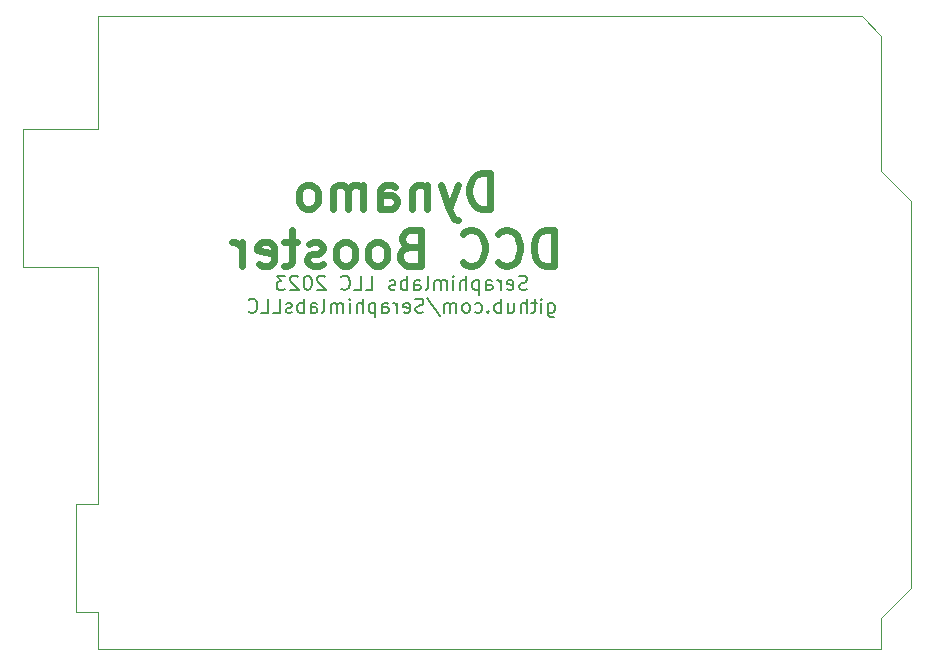
<source format=gbr>
%TF.GenerationSoftware,KiCad,Pcbnew,7.0.6*%
%TF.CreationDate,2023-08-20T14:57:10-04:00*%
%TF.ProjectId,Dynamo,44796e61-6d6f-42e6-9b69-6361645f7063,rev?*%
%TF.SameCoordinates,Original*%
%TF.FileFunction,Legend,Bot*%
%TF.FilePolarity,Positive*%
%FSLAX46Y46*%
G04 Gerber Fmt 4.6, Leading zero omitted, Abs format (unit mm)*
G04 Created by KiCad (PCBNEW 7.0.6) date 2023-08-20 14:57:10*
%MOMM*%
%LPD*%
G01*
G04 APERTURE LIST*
%ADD10C,0.150000*%
%ADD11C,0.600000*%
%ADD12C,0.120000*%
G04 APERTURE END LIST*
D10*
X158124999Y-72056200D02*
X157953571Y-72113342D01*
X157953571Y-72113342D02*
X157667856Y-72113342D01*
X157667856Y-72113342D02*
X157553571Y-72056200D01*
X157553571Y-72056200D02*
X157496428Y-71999057D01*
X157496428Y-71999057D02*
X157439285Y-71884771D01*
X157439285Y-71884771D02*
X157439285Y-71770485D01*
X157439285Y-71770485D02*
X157496428Y-71656200D01*
X157496428Y-71656200D02*
X157553571Y-71599057D01*
X157553571Y-71599057D02*
X157667856Y-71541914D01*
X157667856Y-71541914D02*
X157896428Y-71484771D01*
X157896428Y-71484771D02*
X158010713Y-71427628D01*
X158010713Y-71427628D02*
X158067856Y-71370485D01*
X158067856Y-71370485D02*
X158124999Y-71256200D01*
X158124999Y-71256200D02*
X158124999Y-71141914D01*
X158124999Y-71141914D02*
X158067856Y-71027628D01*
X158067856Y-71027628D02*
X158010713Y-70970485D01*
X158010713Y-70970485D02*
X157896428Y-70913342D01*
X157896428Y-70913342D02*
X157610713Y-70913342D01*
X157610713Y-70913342D02*
X157439285Y-70970485D01*
X156467856Y-72056200D02*
X156582142Y-72113342D01*
X156582142Y-72113342D02*
X156810714Y-72113342D01*
X156810714Y-72113342D02*
X156924999Y-72056200D01*
X156924999Y-72056200D02*
X156982142Y-71941914D01*
X156982142Y-71941914D02*
X156982142Y-71484771D01*
X156982142Y-71484771D02*
X156924999Y-71370485D01*
X156924999Y-71370485D02*
X156810714Y-71313342D01*
X156810714Y-71313342D02*
X156582142Y-71313342D01*
X156582142Y-71313342D02*
X156467856Y-71370485D01*
X156467856Y-71370485D02*
X156410714Y-71484771D01*
X156410714Y-71484771D02*
X156410714Y-71599057D01*
X156410714Y-71599057D02*
X156982142Y-71713342D01*
X155896428Y-72113342D02*
X155896428Y-71313342D01*
X155896428Y-71541914D02*
X155839285Y-71427628D01*
X155839285Y-71427628D02*
X155782143Y-71370485D01*
X155782143Y-71370485D02*
X155667857Y-71313342D01*
X155667857Y-71313342D02*
X155553571Y-71313342D01*
X154639286Y-72113342D02*
X154639286Y-71484771D01*
X154639286Y-71484771D02*
X154696428Y-71370485D01*
X154696428Y-71370485D02*
X154810714Y-71313342D01*
X154810714Y-71313342D02*
X155039286Y-71313342D01*
X155039286Y-71313342D02*
X155153571Y-71370485D01*
X154639286Y-72056200D02*
X154753571Y-72113342D01*
X154753571Y-72113342D02*
X155039286Y-72113342D01*
X155039286Y-72113342D02*
X155153571Y-72056200D01*
X155153571Y-72056200D02*
X155210714Y-71941914D01*
X155210714Y-71941914D02*
X155210714Y-71827628D01*
X155210714Y-71827628D02*
X155153571Y-71713342D01*
X155153571Y-71713342D02*
X155039286Y-71656200D01*
X155039286Y-71656200D02*
X154753571Y-71656200D01*
X154753571Y-71656200D02*
X154639286Y-71599057D01*
X154067857Y-71313342D02*
X154067857Y-72513342D01*
X154067857Y-71370485D02*
X153953572Y-71313342D01*
X153953572Y-71313342D02*
X153725000Y-71313342D01*
X153725000Y-71313342D02*
X153610714Y-71370485D01*
X153610714Y-71370485D02*
X153553572Y-71427628D01*
X153553572Y-71427628D02*
X153496429Y-71541914D01*
X153496429Y-71541914D02*
X153496429Y-71884771D01*
X153496429Y-71884771D02*
X153553572Y-71999057D01*
X153553572Y-71999057D02*
X153610714Y-72056200D01*
X153610714Y-72056200D02*
X153725000Y-72113342D01*
X153725000Y-72113342D02*
X153953572Y-72113342D01*
X153953572Y-72113342D02*
X154067857Y-72056200D01*
X152982143Y-72113342D02*
X152982143Y-70913342D01*
X152467858Y-72113342D02*
X152467858Y-71484771D01*
X152467858Y-71484771D02*
X152525000Y-71370485D01*
X152525000Y-71370485D02*
X152639286Y-71313342D01*
X152639286Y-71313342D02*
X152810715Y-71313342D01*
X152810715Y-71313342D02*
X152925000Y-71370485D01*
X152925000Y-71370485D02*
X152982143Y-71427628D01*
X151896429Y-72113342D02*
X151896429Y-71313342D01*
X151896429Y-70913342D02*
X151953572Y-70970485D01*
X151953572Y-70970485D02*
X151896429Y-71027628D01*
X151896429Y-71027628D02*
X151839286Y-70970485D01*
X151839286Y-70970485D02*
X151896429Y-70913342D01*
X151896429Y-70913342D02*
X151896429Y-71027628D01*
X151325000Y-72113342D02*
X151325000Y-71313342D01*
X151325000Y-71427628D02*
X151267857Y-71370485D01*
X151267857Y-71370485D02*
X151153572Y-71313342D01*
X151153572Y-71313342D02*
X150982143Y-71313342D01*
X150982143Y-71313342D02*
X150867857Y-71370485D01*
X150867857Y-71370485D02*
X150810715Y-71484771D01*
X150810715Y-71484771D02*
X150810715Y-72113342D01*
X150810715Y-71484771D02*
X150753572Y-71370485D01*
X150753572Y-71370485D02*
X150639286Y-71313342D01*
X150639286Y-71313342D02*
X150467857Y-71313342D01*
X150467857Y-71313342D02*
X150353572Y-71370485D01*
X150353572Y-71370485D02*
X150296429Y-71484771D01*
X150296429Y-71484771D02*
X150296429Y-72113342D01*
X149553572Y-72113342D02*
X149667857Y-72056200D01*
X149667857Y-72056200D02*
X149725000Y-71941914D01*
X149725000Y-71941914D02*
X149725000Y-70913342D01*
X148582144Y-72113342D02*
X148582144Y-71484771D01*
X148582144Y-71484771D02*
X148639286Y-71370485D01*
X148639286Y-71370485D02*
X148753572Y-71313342D01*
X148753572Y-71313342D02*
X148982144Y-71313342D01*
X148982144Y-71313342D02*
X149096429Y-71370485D01*
X148582144Y-72056200D02*
X148696429Y-72113342D01*
X148696429Y-72113342D02*
X148982144Y-72113342D01*
X148982144Y-72113342D02*
X149096429Y-72056200D01*
X149096429Y-72056200D02*
X149153572Y-71941914D01*
X149153572Y-71941914D02*
X149153572Y-71827628D01*
X149153572Y-71827628D02*
X149096429Y-71713342D01*
X149096429Y-71713342D02*
X148982144Y-71656200D01*
X148982144Y-71656200D02*
X148696429Y-71656200D01*
X148696429Y-71656200D02*
X148582144Y-71599057D01*
X148010715Y-72113342D02*
X148010715Y-70913342D01*
X148010715Y-71370485D02*
X147896430Y-71313342D01*
X147896430Y-71313342D02*
X147667858Y-71313342D01*
X147667858Y-71313342D02*
X147553572Y-71370485D01*
X147553572Y-71370485D02*
X147496430Y-71427628D01*
X147496430Y-71427628D02*
X147439287Y-71541914D01*
X147439287Y-71541914D02*
X147439287Y-71884771D01*
X147439287Y-71884771D02*
X147496430Y-71999057D01*
X147496430Y-71999057D02*
X147553572Y-72056200D01*
X147553572Y-72056200D02*
X147667858Y-72113342D01*
X147667858Y-72113342D02*
X147896430Y-72113342D01*
X147896430Y-72113342D02*
X148010715Y-72056200D01*
X146982144Y-72056200D02*
X146867858Y-72113342D01*
X146867858Y-72113342D02*
X146639287Y-72113342D01*
X146639287Y-72113342D02*
X146525001Y-72056200D01*
X146525001Y-72056200D02*
X146467858Y-71941914D01*
X146467858Y-71941914D02*
X146467858Y-71884771D01*
X146467858Y-71884771D02*
X146525001Y-71770485D01*
X146525001Y-71770485D02*
X146639287Y-71713342D01*
X146639287Y-71713342D02*
X146810716Y-71713342D01*
X146810716Y-71713342D02*
X146925001Y-71656200D01*
X146925001Y-71656200D02*
X146982144Y-71541914D01*
X146982144Y-71541914D02*
X146982144Y-71484771D01*
X146982144Y-71484771D02*
X146925001Y-71370485D01*
X146925001Y-71370485D02*
X146810716Y-71313342D01*
X146810716Y-71313342D02*
X146639287Y-71313342D01*
X146639287Y-71313342D02*
X146525001Y-71370485D01*
X144467858Y-72113342D02*
X145039286Y-72113342D01*
X145039286Y-72113342D02*
X145039286Y-70913342D01*
X143496429Y-72113342D02*
X144067857Y-72113342D01*
X144067857Y-72113342D02*
X144067857Y-70913342D01*
X142410714Y-71999057D02*
X142467857Y-72056200D01*
X142467857Y-72056200D02*
X142639285Y-72113342D01*
X142639285Y-72113342D02*
X142753571Y-72113342D01*
X142753571Y-72113342D02*
X142925000Y-72056200D01*
X142925000Y-72056200D02*
X143039285Y-71941914D01*
X143039285Y-71941914D02*
X143096428Y-71827628D01*
X143096428Y-71827628D02*
X143153571Y-71599057D01*
X143153571Y-71599057D02*
X143153571Y-71427628D01*
X143153571Y-71427628D02*
X143096428Y-71199057D01*
X143096428Y-71199057D02*
X143039285Y-71084771D01*
X143039285Y-71084771D02*
X142925000Y-70970485D01*
X142925000Y-70970485D02*
X142753571Y-70913342D01*
X142753571Y-70913342D02*
X142639285Y-70913342D01*
X142639285Y-70913342D02*
X142467857Y-70970485D01*
X142467857Y-70970485D02*
X142410714Y-71027628D01*
X141039285Y-71027628D02*
X140982142Y-70970485D01*
X140982142Y-70970485D02*
X140867857Y-70913342D01*
X140867857Y-70913342D02*
X140582142Y-70913342D01*
X140582142Y-70913342D02*
X140467857Y-70970485D01*
X140467857Y-70970485D02*
X140410714Y-71027628D01*
X140410714Y-71027628D02*
X140353571Y-71141914D01*
X140353571Y-71141914D02*
X140353571Y-71256200D01*
X140353571Y-71256200D02*
X140410714Y-71427628D01*
X140410714Y-71427628D02*
X141096428Y-72113342D01*
X141096428Y-72113342D02*
X140353571Y-72113342D01*
X139610714Y-70913342D02*
X139496428Y-70913342D01*
X139496428Y-70913342D02*
X139382142Y-70970485D01*
X139382142Y-70970485D02*
X139325000Y-71027628D01*
X139325000Y-71027628D02*
X139267857Y-71141914D01*
X139267857Y-71141914D02*
X139210714Y-71370485D01*
X139210714Y-71370485D02*
X139210714Y-71656200D01*
X139210714Y-71656200D02*
X139267857Y-71884771D01*
X139267857Y-71884771D02*
X139325000Y-71999057D01*
X139325000Y-71999057D02*
X139382142Y-72056200D01*
X139382142Y-72056200D02*
X139496428Y-72113342D01*
X139496428Y-72113342D02*
X139610714Y-72113342D01*
X139610714Y-72113342D02*
X139725000Y-72056200D01*
X139725000Y-72056200D02*
X139782142Y-71999057D01*
X139782142Y-71999057D02*
X139839285Y-71884771D01*
X139839285Y-71884771D02*
X139896428Y-71656200D01*
X139896428Y-71656200D02*
X139896428Y-71370485D01*
X139896428Y-71370485D02*
X139839285Y-71141914D01*
X139839285Y-71141914D02*
X139782142Y-71027628D01*
X139782142Y-71027628D02*
X139725000Y-70970485D01*
X139725000Y-70970485D02*
X139610714Y-70913342D01*
X138753571Y-71027628D02*
X138696428Y-70970485D01*
X138696428Y-70970485D02*
X138582143Y-70913342D01*
X138582143Y-70913342D02*
X138296428Y-70913342D01*
X138296428Y-70913342D02*
X138182143Y-70970485D01*
X138182143Y-70970485D02*
X138125000Y-71027628D01*
X138125000Y-71027628D02*
X138067857Y-71141914D01*
X138067857Y-71141914D02*
X138067857Y-71256200D01*
X138067857Y-71256200D02*
X138125000Y-71427628D01*
X138125000Y-71427628D02*
X138810714Y-72113342D01*
X138810714Y-72113342D02*
X138067857Y-72113342D01*
X137667857Y-70913342D02*
X136925000Y-70913342D01*
X136925000Y-70913342D02*
X137325000Y-71370485D01*
X137325000Y-71370485D02*
X137153571Y-71370485D01*
X137153571Y-71370485D02*
X137039286Y-71427628D01*
X137039286Y-71427628D02*
X136982143Y-71484771D01*
X136982143Y-71484771D02*
X136925000Y-71599057D01*
X136925000Y-71599057D02*
X136925000Y-71884771D01*
X136925000Y-71884771D02*
X136982143Y-71999057D01*
X136982143Y-71999057D02*
X137039286Y-72056200D01*
X137039286Y-72056200D02*
X137153571Y-72113342D01*
X137153571Y-72113342D02*
X137496428Y-72113342D01*
X137496428Y-72113342D02*
X137610714Y-72056200D01*
X137610714Y-72056200D02*
X137667857Y-71999057D01*
X159924999Y-73245342D02*
X159924999Y-74216771D01*
X159924999Y-74216771D02*
X159982141Y-74331057D01*
X159982141Y-74331057D02*
X160039284Y-74388200D01*
X160039284Y-74388200D02*
X160153570Y-74445342D01*
X160153570Y-74445342D02*
X160324999Y-74445342D01*
X160324999Y-74445342D02*
X160439284Y-74388200D01*
X159924999Y-73988200D02*
X160039284Y-74045342D01*
X160039284Y-74045342D02*
X160267856Y-74045342D01*
X160267856Y-74045342D02*
X160382141Y-73988200D01*
X160382141Y-73988200D02*
X160439284Y-73931057D01*
X160439284Y-73931057D02*
X160496427Y-73816771D01*
X160496427Y-73816771D02*
X160496427Y-73473914D01*
X160496427Y-73473914D02*
X160439284Y-73359628D01*
X160439284Y-73359628D02*
X160382141Y-73302485D01*
X160382141Y-73302485D02*
X160267856Y-73245342D01*
X160267856Y-73245342D02*
X160039284Y-73245342D01*
X160039284Y-73245342D02*
X159924999Y-73302485D01*
X159353570Y-74045342D02*
X159353570Y-73245342D01*
X159353570Y-72845342D02*
X159410713Y-72902485D01*
X159410713Y-72902485D02*
X159353570Y-72959628D01*
X159353570Y-72959628D02*
X159296427Y-72902485D01*
X159296427Y-72902485D02*
X159353570Y-72845342D01*
X159353570Y-72845342D02*
X159353570Y-72959628D01*
X158953570Y-73245342D02*
X158496427Y-73245342D01*
X158782141Y-72845342D02*
X158782141Y-73873914D01*
X158782141Y-73873914D02*
X158724998Y-73988200D01*
X158724998Y-73988200D02*
X158610713Y-74045342D01*
X158610713Y-74045342D02*
X158496427Y-74045342D01*
X158096427Y-74045342D02*
X158096427Y-72845342D01*
X157582142Y-74045342D02*
X157582142Y-73416771D01*
X157582142Y-73416771D02*
X157639284Y-73302485D01*
X157639284Y-73302485D02*
X157753570Y-73245342D01*
X157753570Y-73245342D02*
X157924999Y-73245342D01*
X157924999Y-73245342D02*
X158039284Y-73302485D01*
X158039284Y-73302485D02*
X158096427Y-73359628D01*
X156496428Y-73245342D02*
X156496428Y-74045342D01*
X157010713Y-73245342D02*
X157010713Y-73873914D01*
X157010713Y-73873914D02*
X156953570Y-73988200D01*
X156953570Y-73988200D02*
X156839285Y-74045342D01*
X156839285Y-74045342D02*
X156667856Y-74045342D01*
X156667856Y-74045342D02*
X156553570Y-73988200D01*
X156553570Y-73988200D02*
X156496428Y-73931057D01*
X155924999Y-74045342D02*
X155924999Y-72845342D01*
X155924999Y-73302485D02*
X155810714Y-73245342D01*
X155810714Y-73245342D02*
X155582142Y-73245342D01*
X155582142Y-73245342D02*
X155467856Y-73302485D01*
X155467856Y-73302485D02*
X155410714Y-73359628D01*
X155410714Y-73359628D02*
X155353571Y-73473914D01*
X155353571Y-73473914D02*
X155353571Y-73816771D01*
X155353571Y-73816771D02*
X155410714Y-73931057D01*
X155410714Y-73931057D02*
X155467856Y-73988200D01*
X155467856Y-73988200D02*
X155582142Y-74045342D01*
X155582142Y-74045342D02*
X155810714Y-74045342D01*
X155810714Y-74045342D02*
X155924999Y-73988200D01*
X154839285Y-73931057D02*
X154782142Y-73988200D01*
X154782142Y-73988200D02*
X154839285Y-74045342D01*
X154839285Y-74045342D02*
X154896428Y-73988200D01*
X154896428Y-73988200D02*
X154839285Y-73931057D01*
X154839285Y-73931057D02*
X154839285Y-74045342D01*
X153753571Y-73988200D02*
X153867856Y-74045342D01*
X153867856Y-74045342D02*
X154096428Y-74045342D01*
X154096428Y-74045342D02*
X154210713Y-73988200D01*
X154210713Y-73988200D02*
X154267856Y-73931057D01*
X154267856Y-73931057D02*
X154324999Y-73816771D01*
X154324999Y-73816771D02*
X154324999Y-73473914D01*
X154324999Y-73473914D02*
X154267856Y-73359628D01*
X154267856Y-73359628D02*
X154210713Y-73302485D01*
X154210713Y-73302485D02*
X154096428Y-73245342D01*
X154096428Y-73245342D02*
X153867856Y-73245342D01*
X153867856Y-73245342D02*
X153753571Y-73302485D01*
X153067857Y-74045342D02*
X153182142Y-73988200D01*
X153182142Y-73988200D02*
X153239285Y-73931057D01*
X153239285Y-73931057D02*
X153296428Y-73816771D01*
X153296428Y-73816771D02*
X153296428Y-73473914D01*
X153296428Y-73473914D02*
X153239285Y-73359628D01*
X153239285Y-73359628D02*
X153182142Y-73302485D01*
X153182142Y-73302485D02*
X153067857Y-73245342D01*
X153067857Y-73245342D02*
X152896428Y-73245342D01*
X152896428Y-73245342D02*
X152782142Y-73302485D01*
X152782142Y-73302485D02*
X152725000Y-73359628D01*
X152725000Y-73359628D02*
X152667857Y-73473914D01*
X152667857Y-73473914D02*
X152667857Y-73816771D01*
X152667857Y-73816771D02*
X152725000Y-73931057D01*
X152725000Y-73931057D02*
X152782142Y-73988200D01*
X152782142Y-73988200D02*
X152896428Y-74045342D01*
X152896428Y-74045342D02*
X153067857Y-74045342D01*
X152153571Y-74045342D02*
X152153571Y-73245342D01*
X152153571Y-73359628D02*
X152096428Y-73302485D01*
X152096428Y-73302485D02*
X151982143Y-73245342D01*
X151982143Y-73245342D02*
X151810714Y-73245342D01*
X151810714Y-73245342D02*
X151696428Y-73302485D01*
X151696428Y-73302485D02*
X151639286Y-73416771D01*
X151639286Y-73416771D02*
X151639286Y-74045342D01*
X151639286Y-73416771D02*
X151582143Y-73302485D01*
X151582143Y-73302485D02*
X151467857Y-73245342D01*
X151467857Y-73245342D02*
X151296428Y-73245342D01*
X151296428Y-73245342D02*
X151182143Y-73302485D01*
X151182143Y-73302485D02*
X151125000Y-73416771D01*
X151125000Y-73416771D02*
X151125000Y-74045342D01*
X149696428Y-72788200D02*
X150725000Y-74331057D01*
X149353571Y-73988200D02*
X149182143Y-74045342D01*
X149182143Y-74045342D02*
X148896428Y-74045342D01*
X148896428Y-74045342D02*
X148782143Y-73988200D01*
X148782143Y-73988200D02*
X148725000Y-73931057D01*
X148725000Y-73931057D02*
X148667857Y-73816771D01*
X148667857Y-73816771D02*
X148667857Y-73702485D01*
X148667857Y-73702485D02*
X148725000Y-73588200D01*
X148725000Y-73588200D02*
X148782143Y-73531057D01*
X148782143Y-73531057D02*
X148896428Y-73473914D01*
X148896428Y-73473914D02*
X149125000Y-73416771D01*
X149125000Y-73416771D02*
X149239285Y-73359628D01*
X149239285Y-73359628D02*
X149296428Y-73302485D01*
X149296428Y-73302485D02*
X149353571Y-73188200D01*
X149353571Y-73188200D02*
X149353571Y-73073914D01*
X149353571Y-73073914D02*
X149296428Y-72959628D01*
X149296428Y-72959628D02*
X149239285Y-72902485D01*
X149239285Y-72902485D02*
X149125000Y-72845342D01*
X149125000Y-72845342D02*
X148839285Y-72845342D01*
X148839285Y-72845342D02*
X148667857Y-72902485D01*
X147696428Y-73988200D02*
X147810714Y-74045342D01*
X147810714Y-74045342D02*
X148039286Y-74045342D01*
X148039286Y-74045342D02*
X148153571Y-73988200D01*
X148153571Y-73988200D02*
X148210714Y-73873914D01*
X148210714Y-73873914D02*
X148210714Y-73416771D01*
X148210714Y-73416771D02*
X148153571Y-73302485D01*
X148153571Y-73302485D02*
X148039286Y-73245342D01*
X148039286Y-73245342D02*
X147810714Y-73245342D01*
X147810714Y-73245342D02*
X147696428Y-73302485D01*
X147696428Y-73302485D02*
X147639286Y-73416771D01*
X147639286Y-73416771D02*
X147639286Y-73531057D01*
X147639286Y-73531057D02*
X148210714Y-73645342D01*
X147125000Y-74045342D02*
X147125000Y-73245342D01*
X147125000Y-73473914D02*
X147067857Y-73359628D01*
X147067857Y-73359628D02*
X147010715Y-73302485D01*
X147010715Y-73302485D02*
X146896429Y-73245342D01*
X146896429Y-73245342D02*
X146782143Y-73245342D01*
X145867858Y-74045342D02*
X145867858Y-73416771D01*
X145867858Y-73416771D02*
X145925000Y-73302485D01*
X145925000Y-73302485D02*
X146039286Y-73245342D01*
X146039286Y-73245342D02*
X146267858Y-73245342D01*
X146267858Y-73245342D02*
X146382143Y-73302485D01*
X145867858Y-73988200D02*
X145982143Y-74045342D01*
X145982143Y-74045342D02*
X146267858Y-74045342D01*
X146267858Y-74045342D02*
X146382143Y-73988200D01*
X146382143Y-73988200D02*
X146439286Y-73873914D01*
X146439286Y-73873914D02*
X146439286Y-73759628D01*
X146439286Y-73759628D02*
X146382143Y-73645342D01*
X146382143Y-73645342D02*
X146267858Y-73588200D01*
X146267858Y-73588200D02*
X145982143Y-73588200D01*
X145982143Y-73588200D02*
X145867858Y-73531057D01*
X145296429Y-73245342D02*
X145296429Y-74445342D01*
X145296429Y-73302485D02*
X145182144Y-73245342D01*
X145182144Y-73245342D02*
X144953572Y-73245342D01*
X144953572Y-73245342D02*
X144839286Y-73302485D01*
X144839286Y-73302485D02*
X144782144Y-73359628D01*
X144782144Y-73359628D02*
X144725001Y-73473914D01*
X144725001Y-73473914D02*
X144725001Y-73816771D01*
X144725001Y-73816771D02*
X144782144Y-73931057D01*
X144782144Y-73931057D02*
X144839286Y-73988200D01*
X144839286Y-73988200D02*
X144953572Y-74045342D01*
X144953572Y-74045342D02*
X145182144Y-74045342D01*
X145182144Y-74045342D02*
X145296429Y-73988200D01*
X144210715Y-74045342D02*
X144210715Y-72845342D01*
X143696430Y-74045342D02*
X143696430Y-73416771D01*
X143696430Y-73416771D02*
X143753572Y-73302485D01*
X143753572Y-73302485D02*
X143867858Y-73245342D01*
X143867858Y-73245342D02*
X144039287Y-73245342D01*
X144039287Y-73245342D02*
X144153572Y-73302485D01*
X144153572Y-73302485D02*
X144210715Y-73359628D01*
X143125001Y-74045342D02*
X143125001Y-73245342D01*
X143125001Y-72845342D02*
X143182144Y-72902485D01*
X143182144Y-72902485D02*
X143125001Y-72959628D01*
X143125001Y-72959628D02*
X143067858Y-72902485D01*
X143067858Y-72902485D02*
X143125001Y-72845342D01*
X143125001Y-72845342D02*
X143125001Y-72959628D01*
X142553572Y-74045342D02*
X142553572Y-73245342D01*
X142553572Y-73359628D02*
X142496429Y-73302485D01*
X142496429Y-73302485D02*
X142382144Y-73245342D01*
X142382144Y-73245342D02*
X142210715Y-73245342D01*
X142210715Y-73245342D02*
X142096429Y-73302485D01*
X142096429Y-73302485D02*
X142039287Y-73416771D01*
X142039287Y-73416771D02*
X142039287Y-74045342D01*
X142039287Y-73416771D02*
X141982144Y-73302485D01*
X141982144Y-73302485D02*
X141867858Y-73245342D01*
X141867858Y-73245342D02*
X141696429Y-73245342D01*
X141696429Y-73245342D02*
X141582144Y-73302485D01*
X141582144Y-73302485D02*
X141525001Y-73416771D01*
X141525001Y-73416771D02*
X141525001Y-74045342D01*
X140782144Y-74045342D02*
X140896429Y-73988200D01*
X140896429Y-73988200D02*
X140953572Y-73873914D01*
X140953572Y-73873914D02*
X140953572Y-72845342D01*
X139810716Y-74045342D02*
X139810716Y-73416771D01*
X139810716Y-73416771D02*
X139867858Y-73302485D01*
X139867858Y-73302485D02*
X139982144Y-73245342D01*
X139982144Y-73245342D02*
X140210716Y-73245342D01*
X140210716Y-73245342D02*
X140325001Y-73302485D01*
X139810716Y-73988200D02*
X139925001Y-74045342D01*
X139925001Y-74045342D02*
X140210716Y-74045342D01*
X140210716Y-74045342D02*
X140325001Y-73988200D01*
X140325001Y-73988200D02*
X140382144Y-73873914D01*
X140382144Y-73873914D02*
X140382144Y-73759628D01*
X140382144Y-73759628D02*
X140325001Y-73645342D01*
X140325001Y-73645342D02*
X140210716Y-73588200D01*
X140210716Y-73588200D02*
X139925001Y-73588200D01*
X139925001Y-73588200D02*
X139810716Y-73531057D01*
X139239287Y-74045342D02*
X139239287Y-72845342D01*
X139239287Y-73302485D02*
X139125002Y-73245342D01*
X139125002Y-73245342D02*
X138896430Y-73245342D01*
X138896430Y-73245342D02*
X138782144Y-73302485D01*
X138782144Y-73302485D02*
X138725002Y-73359628D01*
X138725002Y-73359628D02*
X138667859Y-73473914D01*
X138667859Y-73473914D02*
X138667859Y-73816771D01*
X138667859Y-73816771D02*
X138725002Y-73931057D01*
X138725002Y-73931057D02*
X138782144Y-73988200D01*
X138782144Y-73988200D02*
X138896430Y-74045342D01*
X138896430Y-74045342D02*
X139125002Y-74045342D01*
X139125002Y-74045342D02*
X139239287Y-73988200D01*
X138210716Y-73988200D02*
X138096430Y-74045342D01*
X138096430Y-74045342D02*
X137867859Y-74045342D01*
X137867859Y-74045342D02*
X137753573Y-73988200D01*
X137753573Y-73988200D02*
X137696430Y-73873914D01*
X137696430Y-73873914D02*
X137696430Y-73816771D01*
X137696430Y-73816771D02*
X137753573Y-73702485D01*
X137753573Y-73702485D02*
X137867859Y-73645342D01*
X137867859Y-73645342D02*
X138039288Y-73645342D01*
X138039288Y-73645342D02*
X138153573Y-73588200D01*
X138153573Y-73588200D02*
X138210716Y-73473914D01*
X138210716Y-73473914D02*
X138210716Y-73416771D01*
X138210716Y-73416771D02*
X138153573Y-73302485D01*
X138153573Y-73302485D02*
X138039288Y-73245342D01*
X138039288Y-73245342D02*
X137867859Y-73245342D01*
X137867859Y-73245342D02*
X137753573Y-73302485D01*
X136610716Y-74045342D02*
X137182144Y-74045342D01*
X137182144Y-74045342D02*
X137182144Y-72845342D01*
X135639287Y-74045342D02*
X136210715Y-74045342D01*
X136210715Y-74045342D02*
X136210715Y-72845342D01*
X134553572Y-73931057D02*
X134610715Y-73988200D01*
X134610715Y-73988200D02*
X134782143Y-74045342D01*
X134782143Y-74045342D02*
X134896429Y-74045342D01*
X134896429Y-74045342D02*
X135067858Y-73988200D01*
X135067858Y-73988200D02*
X135182143Y-73873914D01*
X135182143Y-73873914D02*
X135239286Y-73759628D01*
X135239286Y-73759628D02*
X135296429Y-73531057D01*
X135296429Y-73531057D02*
X135296429Y-73359628D01*
X135296429Y-73359628D02*
X135239286Y-73131057D01*
X135239286Y-73131057D02*
X135182143Y-73016771D01*
X135182143Y-73016771D02*
X135067858Y-72902485D01*
X135067858Y-72902485D02*
X134896429Y-72845342D01*
X134896429Y-72845342D02*
X134782143Y-72845342D01*
X134782143Y-72845342D02*
X134610715Y-72902485D01*
X134610715Y-72902485D02*
X134553572Y-72959628D01*
D11*
X154975000Y-65221657D02*
X154975000Y-62221657D01*
X154975000Y-62221657D02*
X154260714Y-62221657D01*
X154260714Y-62221657D02*
X153832143Y-62364514D01*
X153832143Y-62364514D02*
X153546428Y-62650228D01*
X153546428Y-62650228D02*
X153403571Y-62935942D01*
X153403571Y-62935942D02*
X153260714Y-63507371D01*
X153260714Y-63507371D02*
X153260714Y-63935942D01*
X153260714Y-63935942D02*
X153403571Y-64507371D01*
X153403571Y-64507371D02*
X153546428Y-64793085D01*
X153546428Y-64793085D02*
X153832143Y-65078800D01*
X153832143Y-65078800D02*
X154260714Y-65221657D01*
X154260714Y-65221657D02*
X154975000Y-65221657D01*
X152260714Y-63221657D02*
X151546428Y-65221657D01*
X150832143Y-63221657D02*
X151546428Y-65221657D01*
X151546428Y-65221657D02*
X151832143Y-65935942D01*
X151832143Y-65935942D02*
X151975000Y-66078800D01*
X151975000Y-66078800D02*
X152260714Y-66221657D01*
X149689286Y-63221657D02*
X149689286Y-65221657D01*
X149689286Y-63507371D02*
X149546429Y-63364514D01*
X149546429Y-63364514D02*
X149260714Y-63221657D01*
X149260714Y-63221657D02*
X148832143Y-63221657D01*
X148832143Y-63221657D02*
X148546429Y-63364514D01*
X148546429Y-63364514D02*
X148403572Y-63650228D01*
X148403572Y-63650228D02*
X148403572Y-65221657D01*
X145689286Y-65221657D02*
X145689286Y-63650228D01*
X145689286Y-63650228D02*
X145832143Y-63364514D01*
X145832143Y-63364514D02*
X146117857Y-63221657D01*
X146117857Y-63221657D02*
X146689286Y-63221657D01*
X146689286Y-63221657D02*
X146975000Y-63364514D01*
X145689286Y-65078800D02*
X145975000Y-65221657D01*
X145975000Y-65221657D02*
X146689286Y-65221657D01*
X146689286Y-65221657D02*
X146975000Y-65078800D01*
X146975000Y-65078800D02*
X147117857Y-64793085D01*
X147117857Y-64793085D02*
X147117857Y-64507371D01*
X147117857Y-64507371D02*
X146975000Y-64221657D01*
X146975000Y-64221657D02*
X146689286Y-64078800D01*
X146689286Y-64078800D02*
X145975000Y-64078800D01*
X145975000Y-64078800D02*
X145689286Y-63935942D01*
X144260714Y-65221657D02*
X144260714Y-63221657D01*
X144260714Y-63507371D02*
X144117857Y-63364514D01*
X144117857Y-63364514D02*
X143832142Y-63221657D01*
X143832142Y-63221657D02*
X143403571Y-63221657D01*
X143403571Y-63221657D02*
X143117857Y-63364514D01*
X143117857Y-63364514D02*
X142975000Y-63650228D01*
X142975000Y-63650228D02*
X142975000Y-65221657D01*
X142975000Y-63650228D02*
X142832142Y-63364514D01*
X142832142Y-63364514D02*
X142546428Y-63221657D01*
X142546428Y-63221657D02*
X142117857Y-63221657D01*
X142117857Y-63221657D02*
X141832142Y-63364514D01*
X141832142Y-63364514D02*
X141689285Y-63650228D01*
X141689285Y-63650228D02*
X141689285Y-65221657D01*
X139832142Y-65221657D02*
X140117857Y-65078800D01*
X140117857Y-65078800D02*
X140260714Y-64935942D01*
X140260714Y-64935942D02*
X140403571Y-64650228D01*
X140403571Y-64650228D02*
X140403571Y-63793085D01*
X140403571Y-63793085D02*
X140260714Y-63507371D01*
X140260714Y-63507371D02*
X140117857Y-63364514D01*
X140117857Y-63364514D02*
X139832142Y-63221657D01*
X139832142Y-63221657D02*
X139403571Y-63221657D01*
X139403571Y-63221657D02*
X139117857Y-63364514D01*
X139117857Y-63364514D02*
X138975000Y-63507371D01*
X138975000Y-63507371D02*
X138832142Y-63793085D01*
X138832142Y-63793085D02*
X138832142Y-64650228D01*
X138832142Y-64650228D02*
X138975000Y-64935942D01*
X138975000Y-64935942D02*
X139117857Y-65078800D01*
X139117857Y-65078800D02*
X139403571Y-65221657D01*
X139403571Y-65221657D02*
X139832142Y-65221657D01*
X160403571Y-70051657D02*
X160403571Y-67051657D01*
X160403571Y-67051657D02*
X159689285Y-67051657D01*
X159689285Y-67051657D02*
X159260714Y-67194514D01*
X159260714Y-67194514D02*
X158974999Y-67480228D01*
X158974999Y-67480228D02*
X158832142Y-67765942D01*
X158832142Y-67765942D02*
X158689285Y-68337371D01*
X158689285Y-68337371D02*
X158689285Y-68765942D01*
X158689285Y-68765942D02*
X158832142Y-69337371D01*
X158832142Y-69337371D02*
X158974999Y-69623085D01*
X158974999Y-69623085D02*
X159260714Y-69908800D01*
X159260714Y-69908800D02*
X159689285Y-70051657D01*
X159689285Y-70051657D02*
X160403571Y-70051657D01*
X155689285Y-69765942D02*
X155832142Y-69908800D01*
X155832142Y-69908800D02*
X156260714Y-70051657D01*
X156260714Y-70051657D02*
X156546428Y-70051657D01*
X156546428Y-70051657D02*
X156974999Y-69908800D01*
X156974999Y-69908800D02*
X157260714Y-69623085D01*
X157260714Y-69623085D02*
X157403571Y-69337371D01*
X157403571Y-69337371D02*
X157546428Y-68765942D01*
X157546428Y-68765942D02*
X157546428Y-68337371D01*
X157546428Y-68337371D02*
X157403571Y-67765942D01*
X157403571Y-67765942D02*
X157260714Y-67480228D01*
X157260714Y-67480228D02*
X156974999Y-67194514D01*
X156974999Y-67194514D02*
X156546428Y-67051657D01*
X156546428Y-67051657D02*
X156260714Y-67051657D01*
X156260714Y-67051657D02*
X155832142Y-67194514D01*
X155832142Y-67194514D02*
X155689285Y-67337371D01*
X152689285Y-69765942D02*
X152832142Y-69908800D01*
X152832142Y-69908800D02*
X153260714Y-70051657D01*
X153260714Y-70051657D02*
X153546428Y-70051657D01*
X153546428Y-70051657D02*
X153974999Y-69908800D01*
X153974999Y-69908800D02*
X154260714Y-69623085D01*
X154260714Y-69623085D02*
X154403571Y-69337371D01*
X154403571Y-69337371D02*
X154546428Y-68765942D01*
X154546428Y-68765942D02*
X154546428Y-68337371D01*
X154546428Y-68337371D02*
X154403571Y-67765942D01*
X154403571Y-67765942D02*
X154260714Y-67480228D01*
X154260714Y-67480228D02*
X153974999Y-67194514D01*
X153974999Y-67194514D02*
X153546428Y-67051657D01*
X153546428Y-67051657D02*
X153260714Y-67051657D01*
X153260714Y-67051657D02*
X152832142Y-67194514D01*
X152832142Y-67194514D02*
X152689285Y-67337371D01*
X148117857Y-68480228D02*
X147689285Y-68623085D01*
X147689285Y-68623085D02*
X147546428Y-68765942D01*
X147546428Y-68765942D02*
X147403571Y-69051657D01*
X147403571Y-69051657D02*
X147403571Y-69480228D01*
X147403571Y-69480228D02*
X147546428Y-69765942D01*
X147546428Y-69765942D02*
X147689285Y-69908800D01*
X147689285Y-69908800D02*
X147975000Y-70051657D01*
X147975000Y-70051657D02*
X149117857Y-70051657D01*
X149117857Y-70051657D02*
X149117857Y-67051657D01*
X149117857Y-67051657D02*
X148117857Y-67051657D01*
X148117857Y-67051657D02*
X147832143Y-67194514D01*
X147832143Y-67194514D02*
X147689285Y-67337371D01*
X147689285Y-67337371D02*
X147546428Y-67623085D01*
X147546428Y-67623085D02*
X147546428Y-67908800D01*
X147546428Y-67908800D02*
X147689285Y-68194514D01*
X147689285Y-68194514D02*
X147832143Y-68337371D01*
X147832143Y-68337371D02*
X148117857Y-68480228D01*
X148117857Y-68480228D02*
X149117857Y-68480228D01*
X145689285Y-70051657D02*
X145975000Y-69908800D01*
X145975000Y-69908800D02*
X146117857Y-69765942D01*
X146117857Y-69765942D02*
X146260714Y-69480228D01*
X146260714Y-69480228D02*
X146260714Y-68623085D01*
X146260714Y-68623085D02*
X146117857Y-68337371D01*
X146117857Y-68337371D02*
X145975000Y-68194514D01*
X145975000Y-68194514D02*
X145689285Y-68051657D01*
X145689285Y-68051657D02*
X145260714Y-68051657D01*
X145260714Y-68051657D02*
X144975000Y-68194514D01*
X144975000Y-68194514D02*
X144832143Y-68337371D01*
X144832143Y-68337371D02*
X144689285Y-68623085D01*
X144689285Y-68623085D02*
X144689285Y-69480228D01*
X144689285Y-69480228D02*
X144832143Y-69765942D01*
X144832143Y-69765942D02*
X144975000Y-69908800D01*
X144975000Y-69908800D02*
X145260714Y-70051657D01*
X145260714Y-70051657D02*
X145689285Y-70051657D01*
X142974999Y-70051657D02*
X143260714Y-69908800D01*
X143260714Y-69908800D02*
X143403571Y-69765942D01*
X143403571Y-69765942D02*
X143546428Y-69480228D01*
X143546428Y-69480228D02*
X143546428Y-68623085D01*
X143546428Y-68623085D02*
X143403571Y-68337371D01*
X143403571Y-68337371D02*
X143260714Y-68194514D01*
X143260714Y-68194514D02*
X142974999Y-68051657D01*
X142974999Y-68051657D02*
X142546428Y-68051657D01*
X142546428Y-68051657D02*
X142260714Y-68194514D01*
X142260714Y-68194514D02*
X142117857Y-68337371D01*
X142117857Y-68337371D02*
X141974999Y-68623085D01*
X141974999Y-68623085D02*
X141974999Y-69480228D01*
X141974999Y-69480228D02*
X142117857Y-69765942D01*
X142117857Y-69765942D02*
X142260714Y-69908800D01*
X142260714Y-69908800D02*
X142546428Y-70051657D01*
X142546428Y-70051657D02*
X142974999Y-70051657D01*
X140832142Y-69908800D02*
X140546428Y-70051657D01*
X140546428Y-70051657D02*
X139974999Y-70051657D01*
X139974999Y-70051657D02*
X139689285Y-69908800D01*
X139689285Y-69908800D02*
X139546428Y-69623085D01*
X139546428Y-69623085D02*
X139546428Y-69480228D01*
X139546428Y-69480228D02*
X139689285Y-69194514D01*
X139689285Y-69194514D02*
X139974999Y-69051657D01*
X139974999Y-69051657D02*
X140403571Y-69051657D01*
X140403571Y-69051657D02*
X140689285Y-68908800D01*
X140689285Y-68908800D02*
X140832142Y-68623085D01*
X140832142Y-68623085D02*
X140832142Y-68480228D01*
X140832142Y-68480228D02*
X140689285Y-68194514D01*
X140689285Y-68194514D02*
X140403571Y-68051657D01*
X140403571Y-68051657D02*
X139974999Y-68051657D01*
X139974999Y-68051657D02*
X139689285Y-68194514D01*
X138689285Y-68051657D02*
X137546428Y-68051657D01*
X138260714Y-67051657D02*
X138260714Y-69623085D01*
X138260714Y-69623085D02*
X138117857Y-69908800D01*
X138117857Y-69908800D02*
X137832142Y-70051657D01*
X137832142Y-70051657D02*
X137546428Y-70051657D01*
X135403571Y-69908800D02*
X135689285Y-70051657D01*
X135689285Y-70051657D02*
X136260714Y-70051657D01*
X136260714Y-70051657D02*
X136546428Y-69908800D01*
X136546428Y-69908800D02*
X136689285Y-69623085D01*
X136689285Y-69623085D02*
X136689285Y-68480228D01*
X136689285Y-68480228D02*
X136546428Y-68194514D01*
X136546428Y-68194514D02*
X136260714Y-68051657D01*
X136260714Y-68051657D02*
X135689285Y-68051657D01*
X135689285Y-68051657D02*
X135403571Y-68194514D01*
X135403571Y-68194514D02*
X135260714Y-68480228D01*
X135260714Y-68480228D02*
X135260714Y-68765942D01*
X135260714Y-68765942D02*
X136689285Y-69051657D01*
X133974999Y-70051657D02*
X133974999Y-68051657D01*
X133974999Y-68623085D02*
X133832142Y-68337371D01*
X133832142Y-68337371D02*
X133689285Y-68194514D01*
X133689285Y-68194514D02*
X133403570Y-68051657D01*
X133403570Y-68051657D02*
X133117856Y-68051657D01*
D12*
%TO.C,UNO_SHIELD1*%
X115455000Y-58480000D02*
X121805000Y-58480000D01*
X115455000Y-70160000D02*
X115455000Y-58480000D01*
X119905000Y-90230000D02*
X121805000Y-90230000D01*
X119905000Y-99370000D02*
X119905000Y-90230000D01*
X121805000Y-48950000D02*
X186455000Y-48950000D01*
X121805000Y-58480000D02*
X121805000Y-48950000D01*
X121805000Y-70160000D02*
X115455000Y-70160000D01*
X121805000Y-90230000D02*
X121805000Y-70160000D01*
X121805000Y-99370000D02*
X119905000Y-99370000D01*
X121805000Y-102550000D02*
X121805000Y-99370000D01*
X186455000Y-48950000D02*
X188105000Y-50600000D01*
X188105000Y-50600000D02*
X188105000Y-62030000D01*
X188105000Y-62030000D02*
X190645000Y-64570000D01*
X188105000Y-99880000D02*
X188105000Y-102550000D01*
X188105000Y-102550000D02*
X121805000Y-102550000D01*
X190645000Y-64570000D02*
X190645000Y-97340000D01*
X190645000Y-97340000D02*
X188105000Y-99880000D01*
%TD*%
M02*

</source>
